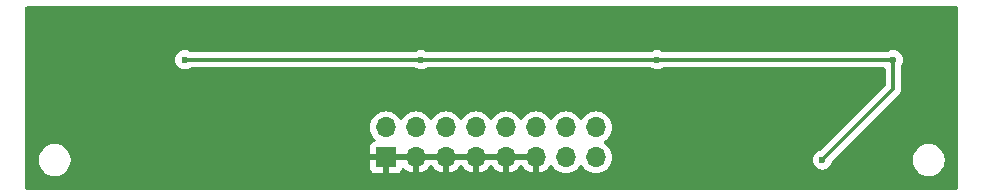
<source format=gbr>
%TF.GenerationSoftware,KiCad,Pcbnew,8.0.7*%
%TF.CreationDate,2025-03-24T20:12:37+10:00*%
%TF.ProjectId,Sensor_array,53656e73-6f72-45f6-9172-7261792e6b69,rev?*%
%TF.SameCoordinates,Original*%
%TF.FileFunction,Copper,L2,Bot*%
%TF.FilePolarity,Positive*%
%FSLAX46Y46*%
G04 Gerber Fmt 4.6, Leading zero omitted, Abs format (unit mm)*
G04 Created by KiCad (PCBNEW 8.0.7) date 2025-03-24 20:12:37*
%MOMM*%
%LPD*%
G01*
G04 APERTURE LIST*
%TA.AperFunction,ComponentPad*%
%ADD10R,1.700000X1.700000*%
%TD*%
%TA.AperFunction,ComponentPad*%
%ADD11O,1.700000X1.700000*%
%TD*%
%TA.AperFunction,ViaPad*%
%ADD12C,0.600000*%
%TD*%
%TA.AperFunction,Conductor*%
%ADD13C,0.300000*%
%TD*%
G04 APERTURE END LIST*
D10*
%TO.P,J2,1,Pin_1*%
%TO.N,GND*%
X131050000Y-94775000D03*
D11*
%TO.P,J2,2,Pin_2*%
%TO.N,/S1*%
X131050000Y-92235000D03*
%TO.P,J2,3,Pin_3*%
%TO.N,GND*%
X133590000Y-94775000D03*
%TO.P,J2,4,Pin_4*%
%TO.N,/S2*%
X133590000Y-92235000D03*
%TO.P,J2,5,Pin_5*%
%TO.N,GND*%
X136130000Y-94775000D03*
%TO.P,J2,6,Pin_6*%
%TO.N,/S3*%
X136130000Y-92235000D03*
%TO.P,J2,7,Pin_7*%
%TO.N,GND*%
X138670000Y-94775000D03*
%TO.P,J2,8,Pin_8*%
%TO.N,/S4*%
X138670000Y-92235000D03*
%TO.P,J2,9,Pin_9*%
%TO.N,GND*%
X141210000Y-94775000D03*
%TO.P,J2,10,Pin_10*%
%TO.N,/S5*%
X141210000Y-92235000D03*
%TO.P,J2,11,Pin_11*%
%TO.N,GND*%
X143750000Y-94775000D03*
%TO.P,J2,12,Pin_12*%
%TO.N,/S6*%
X143750000Y-92235000D03*
%TO.P,J2,13,Pin_13*%
%TO.N,VCC*%
X146290000Y-94775000D03*
%TO.P,J2,14,Pin_14*%
%TO.N,/S7*%
X146290000Y-92235000D03*
%TO.P,J2,15,Pin_15*%
%TO.N,/SENSOR_LED*%
X148830000Y-94775000D03*
%TO.P,J2,16,Pin_16*%
%TO.N,/S8*%
X148830000Y-92235000D03*
%TD*%
D12*
%TO.N,GND*%
X137000000Y-83500000D03*
X155000000Y-95000000D03*
X167000000Y-83500000D03*
X157000000Y-83500000D03*
X177000000Y-83500000D03*
X147000000Y-83500000D03*
X127000000Y-83500000D03*
X107000000Y-83500000D03*
X117000000Y-83500000D03*
X160000000Y-96000000D03*
%TO.N,Net-(U10-K)*%
X174000000Y-86500000D03*
X154000000Y-86500000D03*
X168000000Y-95000000D03*
X114000000Y-86500000D03*
X134000000Y-86500000D03*
%TD*%
D13*
%TO.N,Net-(U10-K)*%
X174000000Y-89000000D02*
X174000000Y-86500000D01*
X134000000Y-86500000D02*
X114000000Y-86500000D01*
X168000000Y-95000000D02*
X174000000Y-89000000D01*
X174000000Y-86500000D02*
X154000000Y-86500000D01*
X154000000Y-86500000D02*
X134000000Y-86500000D01*
%TD*%
%TA.AperFunction,Conductor*%
%TO.N,GND*%
G36*
X133124075Y-94582007D02*
G01*
X133090000Y-94709174D01*
X133090000Y-94840826D01*
X133124075Y-94967993D01*
X133156988Y-95025000D01*
X131483012Y-95025000D01*
X131515925Y-94967993D01*
X131550000Y-94840826D01*
X131550000Y-94709174D01*
X131515925Y-94582007D01*
X131483012Y-94525000D01*
X133156988Y-94525000D01*
X133124075Y-94582007D01*
G37*
%TD.AperFunction*%
%TA.AperFunction,Conductor*%
G36*
X135664075Y-94582007D02*
G01*
X135630000Y-94709174D01*
X135630000Y-94840826D01*
X135664075Y-94967993D01*
X135696988Y-95025000D01*
X134023012Y-95025000D01*
X134055925Y-94967993D01*
X134090000Y-94840826D01*
X134090000Y-94709174D01*
X134055925Y-94582007D01*
X134023012Y-94525000D01*
X135696988Y-94525000D01*
X135664075Y-94582007D01*
G37*
%TD.AperFunction*%
%TA.AperFunction,Conductor*%
G36*
X138204075Y-94582007D02*
G01*
X138170000Y-94709174D01*
X138170000Y-94840826D01*
X138204075Y-94967993D01*
X138236988Y-95025000D01*
X136563012Y-95025000D01*
X136595925Y-94967993D01*
X136630000Y-94840826D01*
X136630000Y-94709174D01*
X136595925Y-94582007D01*
X136563012Y-94525000D01*
X138236988Y-94525000D01*
X138204075Y-94582007D01*
G37*
%TD.AperFunction*%
%TA.AperFunction,Conductor*%
G36*
X140744075Y-94582007D02*
G01*
X140710000Y-94709174D01*
X140710000Y-94840826D01*
X140744075Y-94967993D01*
X140776988Y-95025000D01*
X139103012Y-95025000D01*
X139135925Y-94967993D01*
X139170000Y-94840826D01*
X139170000Y-94709174D01*
X139135925Y-94582007D01*
X139103012Y-94525000D01*
X140776988Y-94525000D01*
X140744075Y-94582007D01*
G37*
%TD.AperFunction*%
%TA.AperFunction,Conductor*%
G36*
X143284075Y-94582007D02*
G01*
X143250000Y-94709174D01*
X143250000Y-94840826D01*
X143284075Y-94967993D01*
X143316988Y-95025000D01*
X141643012Y-95025000D01*
X141675925Y-94967993D01*
X141710000Y-94840826D01*
X141710000Y-94709174D01*
X141675925Y-94582007D01*
X141643012Y-94525000D01*
X143316988Y-94525000D01*
X143284075Y-94582007D01*
G37*
%TD.AperFunction*%
%TA.AperFunction,Conductor*%
G36*
X179442539Y-82020185D02*
G01*
X179488294Y-82072989D01*
X179499500Y-82124500D01*
X179499500Y-97375500D01*
X179479815Y-97442539D01*
X179427011Y-97488294D01*
X179375500Y-97499500D01*
X100624500Y-97499500D01*
X100557461Y-97479815D01*
X100511706Y-97427011D01*
X100500500Y-97375500D01*
X100500500Y-94893713D01*
X101649500Y-94893713D01*
X101649500Y-95106286D01*
X101676221Y-95275000D01*
X101682754Y-95316243D01*
X101729737Y-95460842D01*
X101748444Y-95518414D01*
X101844951Y-95707820D01*
X101969890Y-95879786D01*
X102120213Y-96030109D01*
X102292179Y-96155048D01*
X102292181Y-96155049D01*
X102292184Y-96155051D01*
X102481588Y-96251557D01*
X102683757Y-96317246D01*
X102893713Y-96350500D01*
X102893714Y-96350500D01*
X103106286Y-96350500D01*
X103106287Y-96350500D01*
X103316243Y-96317246D01*
X103518412Y-96251557D01*
X103707816Y-96155051D01*
X103757990Y-96118598D01*
X103879786Y-96030109D01*
X103879788Y-96030106D01*
X103879792Y-96030104D01*
X104030104Y-95879792D01*
X104030106Y-95879788D01*
X104030109Y-95879786D01*
X104155048Y-95707820D01*
X104155047Y-95707820D01*
X104155051Y-95707816D01*
X104251557Y-95518412D01*
X104317246Y-95316243D01*
X104350500Y-95106287D01*
X104350500Y-94893713D01*
X104317246Y-94683757D01*
X104251557Y-94481588D01*
X104155051Y-94292184D01*
X104155049Y-94292181D01*
X104155048Y-94292179D01*
X104030109Y-94120213D01*
X103879786Y-93969890D01*
X103707820Y-93844951D01*
X103518414Y-93748444D01*
X103518413Y-93748443D01*
X103518412Y-93748443D01*
X103316243Y-93682754D01*
X103316241Y-93682753D01*
X103316240Y-93682753D01*
X103154957Y-93657208D01*
X103106287Y-93649500D01*
X102893713Y-93649500D01*
X102845042Y-93657208D01*
X102683760Y-93682753D01*
X102683757Y-93682754D01*
X102517151Y-93736888D01*
X102481585Y-93748444D01*
X102292179Y-93844951D01*
X102120213Y-93969890D01*
X101969890Y-94120213D01*
X101844951Y-94292179D01*
X101748444Y-94481585D01*
X101682753Y-94683760D01*
X101649500Y-94893713D01*
X100500500Y-94893713D01*
X100500500Y-92234999D01*
X129694341Y-92234999D01*
X129694341Y-92235000D01*
X129714936Y-92470403D01*
X129714938Y-92470413D01*
X129776094Y-92698655D01*
X129776096Y-92698659D01*
X129776097Y-92698663D01*
X129780000Y-92707032D01*
X129875965Y-92912830D01*
X129875967Y-92912834D01*
X129984281Y-93067521D01*
X130011501Y-93106396D01*
X130011506Y-93106402D01*
X130133818Y-93228714D01*
X130167303Y-93290037D01*
X130162319Y-93359729D01*
X130120447Y-93415662D01*
X130089471Y-93432577D01*
X129957912Y-93481646D01*
X129957906Y-93481649D01*
X129842812Y-93567809D01*
X129842809Y-93567812D01*
X129756649Y-93682906D01*
X129756645Y-93682913D01*
X129706403Y-93817620D01*
X129706401Y-93817627D01*
X129700000Y-93877155D01*
X129700000Y-94525000D01*
X130616988Y-94525000D01*
X130584075Y-94582007D01*
X130550000Y-94709174D01*
X130550000Y-94840826D01*
X130584075Y-94967993D01*
X130616988Y-95025000D01*
X129700000Y-95025000D01*
X129700000Y-95672844D01*
X129706401Y-95732372D01*
X129706403Y-95732379D01*
X129756645Y-95867086D01*
X129756649Y-95867093D01*
X129842809Y-95982187D01*
X129842812Y-95982190D01*
X129957906Y-96068350D01*
X129957913Y-96068354D01*
X130092620Y-96118596D01*
X130092627Y-96118598D01*
X130152155Y-96124999D01*
X130152172Y-96125000D01*
X130800000Y-96125000D01*
X130800000Y-95208012D01*
X130857007Y-95240925D01*
X130984174Y-95275000D01*
X131115826Y-95275000D01*
X131242993Y-95240925D01*
X131300000Y-95208012D01*
X131300000Y-96125000D01*
X131947828Y-96125000D01*
X131947844Y-96124999D01*
X132007372Y-96118598D01*
X132007379Y-96118596D01*
X132142086Y-96068354D01*
X132142093Y-96068350D01*
X132257187Y-95982190D01*
X132257190Y-95982187D01*
X132343350Y-95867093D01*
X132343354Y-95867086D01*
X132392614Y-95735013D01*
X132434485Y-95679079D01*
X132499949Y-95654662D01*
X132568222Y-95669513D01*
X132596477Y-95690665D01*
X132718917Y-95813105D01*
X132912421Y-95948600D01*
X133126507Y-96048429D01*
X133126516Y-96048433D01*
X133340000Y-96105634D01*
X133340000Y-95208012D01*
X133397007Y-95240925D01*
X133524174Y-95275000D01*
X133655826Y-95275000D01*
X133782993Y-95240925D01*
X133840000Y-95208012D01*
X133840000Y-96105634D01*
X134053483Y-96048433D01*
X134053492Y-96048429D01*
X134267578Y-95948600D01*
X134461082Y-95813105D01*
X134628105Y-95646082D01*
X134758425Y-95459968D01*
X134813002Y-95416344D01*
X134882501Y-95409151D01*
X134944855Y-95440673D01*
X134961575Y-95459968D01*
X135091894Y-95646082D01*
X135258917Y-95813105D01*
X135452421Y-95948600D01*
X135666507Y-96048429D01*
X135666516Y-96048433D01*
X135880000Y-96105634D01*
X135880000Y-95208012D01*
X135937007Y-95240925D01*
X136064174Y-95275000D01*
X136195826Y-95275000D01*
X136322993Y-95240925D01*
X136380000Y-95208012D01*
X136380000Y-96105634D01*
X136593483Y-96048433D01*
X136593492Y-96048429D01*
X136807578Y-95948600D01*
X137001082Y-95813105D01*
X137168105Y-95646082D01*
X137298425Y-95459968D01*
X137353002Y-95416344D01*
X137422501Y-95409151D01*
X137484855Y-95440673D01*
X137501575Y-95459968D01*
X137631894Y-95646082D01*
X137798917Y-95813105D01*
X137992421Y-95948600D01*
X138206507Y-96048429D01*
X138206516Y-96048433D01*
X138420000Y-96105634D01*
X138420000Y-95208012D01*
X138477007Y-95240925D01*
X138604174Y-95275000D01*
X138735826Y-95275000D01*
X138862993Y-95240925D01*
X138920000Y-95208012D01*
X138920000Y-96105633D01*
X139133483Y-96048433D01*
X139133492Y-96048429D01*
X139347578Y-95948600D01*
X139541082Y-95813105D01*
X139708105Y-95646082D01*
X139838425Y-95459968D01*
X139893002Y-95416344D01*
X139962501Y-95409151D01*
X140024855Y-95440673D01*
X140041575Y-95459968D01*
X140171894Y-95646082D01*
X140338917Y-95813105D01*
X140532421Y-95948600D01*
X140746507Y-96048429D01*
X140746516Y-96048433D01*
X140960000Y-96105634D01*
X140960000Y-95208012D01*
X141017007Y-95240925D01*
X141144174Y-95275000D01*
X141275826Y-95275000D01*
X141402993Y-95240925D01*
X141460000Y-95208012D01*
X141460000Y-96105633D01*
X141673483Y-96048433D01*
X141673492Y-96048429D01*
X141887578Y-95948600D01*
X142081082Y-95813105D01*
X142248105Y-95646082D01*
X142378425Y-95459968D01*
X142433002Y-95416344D01*
X142502501Y-95409151D01*
X142564855Y-95440673D01*
X142581575Y-95459968D01*
X142711894Y-95646082D01*
X142878917Y-95813105D01*
X143072421Y-95948600D01*
X143286507Y-96048429D01*
X143286516Y-96048433D01*
X143500000Y-96105634D01*
X143500000Y-95208012D01*
X143557007Y-95240925D01*
X143684174Y-95275000D01*
X143815826Y-95275000D01*
X143942993Y-95240925D01*
X144000000Y-95208012D01*
X144000000Y-96105633D01*
X144213483Y-96048433D01*
X144213492Y-96048429D01*
X144427578Y-95948600D01*
X144621082Y-95813105D01*
X144788105Y-95646082D01*
X144918119Y-95460405D01*
X144972696Y-95416781D01*
X145042195Y-95409588D01*
X145104549Y-95441110D01*
X145121269Y-95460405D01*
X145251505Y-95646401D01*
X145418599Y-95813495D01*
X145495135Y-95867086D01*
X145612165Y-95949032D01*
X145612167Y-95949033D01*
X145612170Y-95949035D01*
X145826337Y-96048903D01*
X146054592Y-96110063D01*
X146225319Y-96125000D01*
X146289999Y-96130659D01*
X146290000Y-96130659D01*
X146290001Y-96130659D01*
X146354681Y-96125000D01*
X146525408Y-96110063D01*
X146753663Y-96048903D01*
X146967830Y-95949035D01*
X147161401Y-95813495D01*
X147328495Y-95646401D01*
X147458425Y-95460842D01*
X147513002Y-95417217D01*
X147582500Y-95410023D01*
X147644855Y-95441546D01*
X147661575Y-95460842D01*
X147791500Y-95646395D01*
X147791505Y-95646401D01*
X147958599Y-95813495D01*
X148035135Y-95867086D01*
X148152165Y-95949032D01*
X148152167Y-95949033D01*
X148152170Y-95949035D01*
X148366337Y-96048903D01*
X148594592Y-96110063D01*
X148765319Y-96125000D01*
X148829999Y-96130659D01*
X148830000Y-96130659D01*
X148830001Y-96130659D01*
X148894681Y-96125000D01*
X149065408Y-96110063D01*
X149293663Y-96048903D01*
X149507830Y-95949035D01*
X149701401Y-95813495D01*
X149868495Y-95646401D01*
X150004035Y-95452830D01*
X150103903Y-95238663D01*
X150165063Y-95010408D01*
X150185659Y-94775000D01*
X150165063Y-94539592D01*
X150103903Y-94311337D01*
X150004035Y-94097171D01*
X149998731Y-94089595D01*
X149868494Y-93903597D01*
X149701402Y-93736506D01*
X149701396Y-93736501D01*
X149515842Y-93606575D01*
X149472217Y-93551998D01*
X149465023Y-93482500D01*
X149496546Y-93420145D01*
X149515842Y-93403425D01*
X149627500Y-93325241D01*
X149701401Y-93273495D01*
X149868495Y-93106401D01*
X150004035Y-92912830D01*
X150103903Y-92698663D01*
X150165063Y-92470408D01*
X150185659Y-92235000D01*
X150165063Y-91999592D01*
X150103903Y-91771337D01*
X150004035Y-91557171D01*
X149998425Y-91549158D01*
X149868494Y-91363597D01*
X149701402Y-91196506D01*
X149701395Y-91196501D01*
X149507834Y-91060967D01*
X149507830Y-91060965D01*
X149507828Y-91060964D01*
X149293663Y-90961097D01*
X149293659Y-90961096D01*
X149293655Y-90961094D01*
X149065413Y-90899938D01*
X149065403Y-90899936D01*
X148830001Y-90879341D01*
X148829999Y-90879341D01*
X148594596Y-90899936D01*
X148594586Y-90899938D01*
X148366344Y-90961094D01*
X148366335Y-90961098D01*
X148152171Y-91060964D01*
X148152169Y-91060965D01*
X147958597Y-91196505D01*
X147791505Y-91363597D01*
X147661575Y-91549158D01*
X147606998Y-91592783D01*
X147537500Y-91599977D01*
X147475145Y-91568454D01*
X147458425Y-91549158D01*
X147328494Y-91363597D01*
X147161402Y-91196506D01*
X147161395Y-91196501D01*
X146967834Y-91060967D01*
X146967830Y-91060965D01*
X146967828Y-91060964D01*
X146753663Y-90961097D01*
X146753659Y-90961096D01*
X146753655Y-90961094D01*
X146525413Y-90899938D01*
X146525403Y-90899936D01*
X146290001Y-90879341D01*
X146289999Y-90879341D01*
X146054596Y-90899936D01*
X146054586Y-90899938D01*
X145826344Y-90961094D01*
X145826335Y-90961098D01*
X145612171Y-91060964D01*
X145612169Y-91060965D01*
X145418597Y-91196505D01*
X145251505Y-91363597D01*
X145121575Y-91549158D01*
X145066998Y-91592783D01*
X144997500Y-91599977D01*
X144935145Y-91568454D01*
X144918425Y-91549158D01*
X144788494Y-91363597D01*
X144621402Y-91196506D01*
X144621395Y-91196501D01*
X144427834Y-91060967D01*
X144427830Y-91060965D01*
X144427828Y-91060964D01*
X144213663Y-90961097D01*
X144213659Y-90961096D01*
X144213655Y-90961094D01*
X143985413Y-90899938D01*
X143985403Y-90899936D01*
X143750001Y-90879341D01*
X143749999Y-90879341D01*
X143514596Y-90899936D01*
X143514586Y-90899938D01*
X143286344Y-90961094D01*
X143286335Y-90961098D01*
X143072171Y-91060964D01*
X143072169Y-91060965D01*
X142878597Y-91196505D01*
X142711505Y-91363597D01*
X142581575Y-91549158D01*
X142526998Y-91592783D01*
X142457500Y-91599977D01*
X142395145Y-91568454D01*
X142378425Y-91549158D01*
X142248494Y-91363597D01*
X142081402Y-91196506D01*
X142081395Y-91196501D01*
X141887834Y-91060967D01*
X141887830Y-91060965D01*
X141887828Y-91060964D01*
X141673663Y-90961097D01*
X141673659Y-90961096D01*
X141673655Y-90961094D01*
X141445413Y-90899938D01*
X141445403Y-90899936D01*
X141210001Y-90879341D01*
X141209999Y-90879341D01*
X140974596Y-90899936D01*
X140974586Y-90899938D01*
X140746344Y-90961094D01*
X140746335Y-90961098D01*
X140532171Y-91060964D01*
X140532169Y-91060965D01*
X140338597Y-91196505D01*
X140171505Y-91363597D01*
X140041575Y-91549158D01*
X139986998Y-91592783D01*
X139917500Y-91599977D01*
X139855145Y-91568454D01*
X139838425Y-91549158D01*
X139708494Y-91363597D01*
X139541402Y-91196506D01*
X139541395Y-91196501D01*
X139347834Y-91060967D01*
X139347830Y-91060965D01*
X139347828Y-91060964D01*
X139133663Y-90961097D01*
X139133659Y-90961096D01*
X139133655Y-90961094D01*
X138905413Y-90899938D01*
X138905403Y-90899936D01*
X138670001Y-90879341D01*
X138669999Y-90879341D01*
X138434596Y-90899936D01*
X138434586Y-90899938D01*
X138206344Y-90961094D01*
X138206335Y-90961098D01*
X137992171Y-91060964D01*
X137992169Y-91060965D01*
X137798597Y-91196505D01*
X137631505Y-91363597D01*
X137501575Y-91549158D01*
X137446998Y-91592783D01*
X137377500Y-91599977D01*
X137315145Y-91568454D01*
X137298425Y-91549158D01*
X137168494Y-91363597D01*
X137001402Y-91196506D01*
X137001395Y-91196501D01*
X136807834Y-91060967D01*
X136807830Y-91060965D01*
X136807828Y-91060964D01*
X136593663Y-90961097D01*
X136593659Y-90961096D01*
X136593655Y-90961094D01*
X136365413Y-90899938D01*
X136365403Y-90899936D01*
X136130001Y-90879341D01*
X136129999Y-90879341D01*
X135894596Y-90899936D01*
X135894586Y-90899938D01*
X135666344Y-90961094D01*
X135666335Y-90961098D01*
X135452171Y-91060964D01*
X135452169Y-91060965D01*
X135258597Y-91196505D01*
X135091505Y-91363597D01*
X134961575Y-91549158D01*
X134906998Y-91592783D01*
X134837500Y-91599977D01*
X134775145Y-91568454D01*
X134758425Y-91549158D01*
X134628494Y-91363597D01*
X134461402Y-91196506D01*
X134461395Y-91196501D01*
X134267834Y-91060967D01*
X134267830Y-91060965D01*
X134267828Y-91060964D01*
X134053663Y-90961097D01*
X134053659Y-90961096D01*
X134053655Y-90961094D01*
X133825413Y-90899938D01*
X133825403Y-90899936D01*
X133590001Y-90879341D01*
X133589999Y-90879341D01*
X133354596Y-90899936D01*
X133354586Y-90899938D01*
X133126344Y-90961094D01*
X133126335Y-90961098D01*
X132912171Y-91060964D01*
X132912169Y-91060965D01*
X132718597Y-91196505D01*
X132551505Y-91363597D01*
X132421575Y-91549158D01*
X132366998Y-91592783D01*
X132297500Y-91599977D01*
X132235145Y-91568454D01*
X132218425Y-91549158D01*
X132088494Y-91363597D01*
X131921402Y-91196506D01*
X131921395Y-91196501D01*
X131727834Y-91060967D01*
X131727830Y-91060965D01*
X131727828Y-91060964D01*
X131513663Y-90961097D01*
X131513659Y-90961096D01*
X131513655Y-90961094D01*
X131285413Y-90899938D01*
X131285403Y-90899936D01*
X131050001Y-90879341D01*
X131049999Y-90879341D01*
X130814596Y-90899936D01*
X130814586Y-90899938D01*
X130586344Y-90961094D01*
X130586335Y-90961098D01*
X130372171Y-91060964D01*
X130372169Y-91060965D01*
X130178597Y-91196505D01*
X130011505Y-91363597D01*
X129875965Y-91557169D01*
X129875964Y-91557171D01*
X129776098Y-91771335D01*
X129776094Y-91771344D01*
X129714938Y-91999586D01*
X129714936Y-91999596D01*
X129694341Y-92234999D01*
X100500500Y-92234999D01*
X100500500Y-86499996D01*
X113194435Y-86499996D01*
X113194435Y-86500003D01*
X113214630Y-86679249D01*
X113214631Y-86679254D01*
X113274211Y-86849523D01*
X113370184Y-87002262D01*
X113497738Y-87129816D01*
X113560904Y-87169506D01*
X113646021Y-87222989D01*
X113650478Y-87225789D01*
X113789686Y-87274500D01*
X113820745Y-87285368D01*
X113820750Y-87285369D01*
X113999996Y-87305565D01*
X114000000Y-87305565D01*
X114000004Y-87305565D01*
X114179249Y-87285369D01*
X114179251Y-87285368D01*
X114179255Y-87285368D01*
X114179258Y-87285366D01*
X114179262Y-87285366D01*
X114269377Y-87253832D01*
X114349522Y-87225789D01*
X114439096Y-87169505D01*
X114505068Y-87150500D01*
X133494932Y-87150500D01*
X133560904Y-87169506D01*
X133650477Y-87225789D01*
X133650481Y-87225790D01*
X133820737Y-87285366D01*
X133820743Y-87285367D01*
X133820745Y-87285368D01*
X133820746Y-87285368D01*
X133820750Y-87285369D01*
X133999996Y-87305565D01*
X134000000Y-87305565D01*
X134000004Y-87305565D01*
X134179249Y-87285369D01*
X134179251Y-87285368D01*
X134179255Y-87285368D01*
X134179258Y-87285366D01*
X134179262Y-87285366D01*
X134269377Y-87253832D01*
X134349522Y-87225789D01*
X134439096Y-87169505D01*
X134505068Y-87150500D01*
X153494932Y-87150500D01*
X153560904Y-87169506D01*
X153650477Y-87225789D01*
X153650481Y-87225790D01*
X153820737Y-87285366D01*
X153820743Y-87285367D01*
X153820745Y-87285368D01*
X153820746Y-87285368D01*
X153820750Y-87285369D01*
X153999996Y-87305565D01*
X154000000Y-87305565D01*
X154000004Y-87305565D01*
X154179249Y-87285369D01*
X154179251Y-87285368D01*
X154179255Y-87285368D01*
X154179258Y-87285366D01*
X154179262Y-87285366D01*
X154269377Y-87253832D01*
X154349522Y-87225789D01*
X154439096Y-87169505D01*
X154505068Y-87150500D01*
X173225500Y-87150500D01*
X173292539Y-87170185D01*
X173338294Y-87222989D01*
X173349500Y-87274500D01*
X173349500Y-88679191D01*
X173329815Y-88746230D01*
X173313181Y-88766872D01*
X167901775Y-94178277D01*
X167840452Y-94211762D01*
X167827988Y-94213815D01*
X167820752Y-94214630D01*
X167820744Y-94214632D01*
X167650478Y-94274210D01*
X167497737Y-94370184D01*
X167370184Y-94497737D01*
X167274211Y-94650476D01*
X167214631Y-94820745D01*
X167214630Y-94820750D01*
X167194435Y-94999996D01*
X167194435Y-95000003D01*
X167214630Y-95179249D01*
X167214631Y-95179254D01*
X167274211Y-95349523D01*
X167339124Y-95452830D01*
X167370184Y-95502262D01*
X167497738Y-95629816D01*
X167566217Y-95672844D01*
X167621880Y-95707820D01*
X167650478Y-95725789D01*
X167676839Y-95735013D01*
X167820745Y-95785368D01*
X167820750Y-95785369D01*
X167999996Y-95805565D01*
X168000000Y-95805565D01*
X168000004Y-95805565D01*
X168179249Y-95785369D01*
X168179252Y-95785368D01*
X168179255Y-95785368D01*
X168349522Y-95725789D01*
X168502262Y-95629816D01*
X168629816Y-95502262D01*
X168725789Y-95349522D01*
X168785368Y-95179255D01*
X168786182Y-95172025D01*
X168813245Y-95107611D01*
X168821712Y-95098232D01*
X169026231Y-94893713D01*
X175649500Y-94893713D01*
X175649500Y-95106286D01*
X175676221Y-95275000D01*
X175682754Y-95316243D01*
X175729737Y-95460842D01*
X175748444Y-95518414D01*
X175844951Y-95707820D01*
X175969890Y-95879786D01*
X176120213Y-96030109D01*
X176292179Y-96155048D01*
X176292181Y-96155049D01*
X176292184Y-96155051D01*
X176481588Y-96251557D01*
X176683757Y-96317246D01*
X176893713Y-96350500D01*
X176893714Y-96350500D01*
X177106286Y-96350500D01*
X177106287Y-96350500D01*
X177316243Y-96317246D01*
X177518412Y-96251557D01*
X177707816Y-96155051D01*
X177757990Y-96118598D01*
X177879786Y-96030109D01*
X177879788Y-96030106D01*
X177879792Y-96030104D01*
X178030104Y-95879792D01*
X178030106Y-95879788D01*
X178030109Y-95879786D01*
X178155048Y-95707820D01*
X178155047Y-95707820D01*
X178155051Y-95707816D01*
X178251557Y-95518412D01*
X178317246Y-95316243D01*
X178350500Y-95106287D01*
X178350500Y-94893713D01*
X178317246Y-94683757D01*
X178251557Y-94481588D01*
X178155051Y-94292184D01*
X178155049Y-94292181D01*
X178155048Y-94292179D01*
X178030109Y-94120213D01*
X177879786Y-93969890D01*
X177707820Y-93844951D01*
X177518414Y-93748444D01*
X177518413Y-93748443D01*
X177518412Y-93748443D01*
X177316243Y-93682754D01*
X177316241Y-93682753D01*
X177316240Y-93682753D01*
X177154957Y-93657208D01*
X177106287Y-93649500D01*
X176893713Y-93649500D01*
X176845042Y-93657208D01*
X176683760Y-93682753D01*
X176683757Y-93682754D01*
X176517151Y-93736888D01*
X176481585Y-93748444D01*
X176292179Y-93844951D01*
X176120213Y-93969890D01*
X175969890Y-94120213D01*
X175844951Y-94292179D01*
X175748444Y-94481585D01*
X175682753Y-94683760D01*
X175649500Y-94893713D01*
X169026231Y-94893713D01*
X174505276Y-89414670D01*
X174576465Y-89308127D01*
X174625501Y-89189744D01*
X174650500Y-89064069D01*
X174650500Y-87005067D01*
X174669507Y-86939094D01*
X174725788Y-86849524D01*
X174785368Y-86679254D01*
X174785369Y-86679249D01*
X174805565Y-86500003D01*
X174805565Y-86499996D01*
X174785369Y-86320750D01*
X174785368Y-86320745D01*
X174725788Y-86150476D01*
X174629815Y-85997737D01*
X174502262Y-85870184D01*
X174349523Y-85774211D01*
X174179254Y-85714631D01*
X174179249Y-85714630D01*
X174000004Y-85694435D01*
X173999996Y-85694435D01*
X173820750Y-85714630D01*
X173820737Y-85714633D01*
X173650481Y-85774209D01*
X173650477Y-85774210D01*
X173560904Y-85830494D01*
X173494932Y-85849500D01*
X154505068Y-85849500D01*
X154439096Y-85830494D01*
X154349522Y-85774210D01*
X154349518Y-85774209D01*
X154179262Y-85714633D01*
X154179249Y-85714630D01*
X154000004Y-85694435D01*
X153999996Y-85694435D01*
X153820750Y-85714630D01*
X153820737Y-85714633D01*
X153650481Y-85774209D01*
X153650477Y-85774210D01*
X153560904Y-85830494D01*
X153494932Y-85849500D01*
X134505068Y-85849500D01*
X134439096Y-85830494D01*
X134349522Y-85774210D01*
X134349518Y-85774209D01*
X134179262Y-85714633D01*
X134179249Y-85714630D01*
X134000004Y-85694435D01*
X133999996Y-85694435D01*
X133820750Y-85714630D01*
X133820737Y-85714633D01*
X133650481Y-85774209D01*
X133650477Y-85774210D01*
X133560904Y-85830494D01*
X133494932Y-85849500D01*
X114505068Y-85849500D01*
X114439096Y-85830494D01*
X114349522Y-85774210D01*
X114349518Y-85774209D01*
X114179262Y-85714633D01*
X114179249Y-85714630D01*
X114000004Y-85694435D01*
X113999996Y-85694435D01*
X113820750Y-85714630D01*
X113820745Y-85714631D01*
X113650476Y-85774211D01*
X113497737Y-85870184D01*
X113370184Y-85997737D01*
X113274211Y-86150476D01*
X113214631Y-86320745D01*
X113214630Y-86320750D01*
X113194435Y-86499996D01*
X100500500Y-86499996D01*
X100500500Y-82124500D01*
X100520185Y-82057461D01*
X100572989Y-82011706D01*
X100624500Y-82000500D01*
X179375500Y-82000500D01*
X179442539Y-82020185D01*
G37*
%TD.AperFunction*%
%TD*%
M02*

</source>
